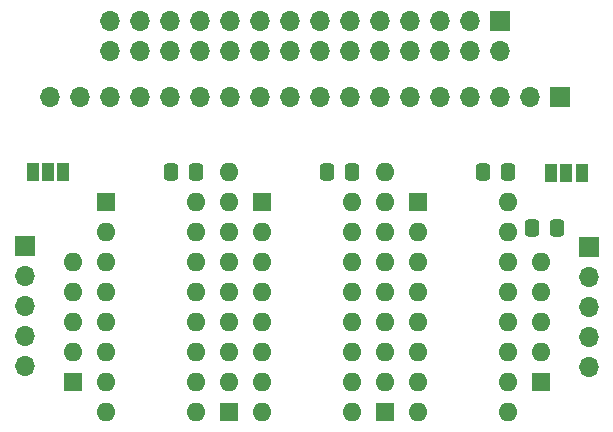
<source format=gbr>
%TF.GenerationSoftware,KiCad,Pcbnew,(6.0.2)*%
%TF.CreationDate,2022-04-10T16:43:31+09:00*%
%TF.ProjectId,joystick-input,6a6f7973-7469-4636-9b2d-696e7075742e,rev?*%
%TF.SameCoordinates,Original*%
%TF.FileFunction,Soldermask,Top*%
%TF.FilePolarity,Negative*%
%FSLAX46Y46*%
G04 Gerber Fmt 4.6, Leading zero omitted, Abs format (unit mm)*
G04 Created by KiCad (PCBNEW (6.0.2)) date 2022-04-10 16:43:31*
%MOMM*%
%LPD*%
G01*
G04 APERTURE LIST*
G04 Aperture macros list*
%AMRoundRect*
0 Rectangle with rounded corners*
0 $1 Rounding radius*
0 $2 $3 $4 $5 $6 $7 $8 $9 X,Y pos of 4 corners*
0 Add a 4 corners polygon primitive as box body*
4,1,4,$2,$3,$4,$5,$6,$7,$8,$9,$2,$3,0*
0 Add four circle primitives for the rounded corners*
1,1,$1+$1,$2,$3*
1,1,$1+$1,$4,$5*
1,1,$1+$1,$6,$7*
1,1,$1+$1,$8,$9*
0 Add four rect primitives between the rounded corners*
20,1,$1+$1,$2,$3,$4,$5,0*
20,1,$1+$1,$4,$5,$6,$7,0*
20,1,$1+$1,$6,$7,$8,$9,0*
20,1,$1+$1,$8,$9,$2,$3,0*%
G04 Aperture macros list end*
%ADD10R,1.700000X1.700000*%
%ADD11O,1.700000X1.700000*%
%ADD12R,1.600000X1.600000*%
%ADD13O,1.600000X1.600000*%
%ADD14RoundRect,0.250000X0.337500X0.475000X-0.337500X0.475000X-0.337500X-0.475000X0.337500X-0.475000X0*%
%ADD15R,1.000000X1.500000*%
G04 APERTURE END LIST*
D10*
%TO.C,J2*%
X154813000Y-71501000D03*
D11*
X154813000Y-74041000D03*
X152273000Y-71501000D03*
X152273000Y-74041000D03*
X149733000Y-71501000D03*
X149733000Y-74041000D03*
X147193000Y-71501000D03*
X147193000Y-74041000D03*
X144653000Y-71501000D03*
X144653000Y-74041000D03*
X142113000Y-71501000D03*
X142113000Y-74041000D03*
X139573000Y-71501000D03*
X139573000Y-74041000D03*
X137033000Y-71501000D03*
X137033000Y-74041000D03*
X134493000Y-71501000D03*
X134493000Y-74041000D03*
X131953000Y-71501000D03*
X131953000Y-74041000D03*
X129413000Y-71501000D03*
X129413000Y-74041000D03*
X126873000Y-71501000D03*
X126873000Y-74041000D03*
X124333000Y-71501000D03*
X124333000Y-74041000D03*
X121793000Y-71501000D03*
X121793000Y-74041000D03*
%TD*%
D10*
%TO.C,IN1*%
X114554000Y-90551000D03*
D11*
X114554000Y-93091000D03*
X114554000Y-95631000D03*
X114554000Y-98171000D03*
X114554000Y-100711000D03*
%TD*%
D10*
%TO.C,J1*%
X159893000Y-77978000D03*
D11*
X157353000Y-77978000D03*
X154813000Y-77978000D03*
X152273000Y-77978000D03*
X149733000Y-77978000D03*
X147193000Y-77978000D03*
X144653000Y-77978000D03*
X142113000Y-77978000D03*
X139573000Y-77978000D03*
X137033000Y-77978000D03*
X134493000Y-77978000D03*
X131953000Y-77978000D03*
X129413000Y-77978000D03*
X126873000Y-77978000D03*
X124333000Y-77978000D03*
X121793000Y-77978000D03*
X119253000Y-77978000D03*
X116713000Y-77978000D03*
%TD*%
D12*
%TO.C,74HC165_1*%
X147828000Y-86868000D03*
D13*
X147828000Y-89408000D03*
X147828000Y-91948000D03*
X147828000Y-94488000D03*
X147828000Y-97028000D03*
X147828000Y-99568000D03*
X147828000Y-102108000D03*
X147828000Y-104648000D03*
X155448000Y-104648000D03*
X155448000Y-102108000D03*
X155448000Y-99568000D03*
X155448000Y-97028000D03*
X155448000Y-94488000D03*
X155448000Y-91948000D03*
X155448000Y-89408000D03*
X155448000Y-86868000D03*
%TD*%
D12*
%TO.C,74HC165_2*%
X134620000Y-86868000D03*
D13*
X134620000Y-89408000D03*
X134620000Y-91948000D03*
X134620000Y-94488000D03*
X134620000Y-97028000D03*
X134620000Y-99568000D03*
X134620000Y-102108000D03*
X134620000Y-104648000D03*
X142240000Y-104648000D03*
X142240000Y-102108000D03*
X142240000Y-99568000D03*
X142240000Y-97028000D03*
X142240000Y-94488000D03*
X142240000Y-91948000D03*
X142240000Y-89408000D03*
X142240000Y-86868000D03*
%TD*%
D14*
%TO.C,C3*%
X142261500Y-84328000D03*
X140186500Y-84328000D03*
%TD*%
%TO.C,C4*%
X129053500Y-84328000D03*
X126978500Y-84328000D03*
%TD*%
D12*
%TO.C,RN1*%
X158242000Y-102108000D03*
D13*
X158242000Y-99568000D03*
X158242000Y-97028000D03*
X158242000Y-94488000D03*
X158242000Y-91948000D03*
%TD*%
D12*
%TO.C,RN4*%
X118618000Y-102108000D03*
D13*
X118618000Y-99568000D03*
X118618000Y-97028000D03*
X118618000Y-94488000D03*
X118618000Y-91948000D03*
%TD*%
D12*
%TO.C,RN2*%
X145034000Y-104663000D03*
D13*
X145034000Y-102123000D03*
X145034000Y-99583000D03*
X145034000Y-97043000D03*
X145034000Y-94503000D03*
X145034000Y-91963000D03*
X145034000Y-89423000D03*
X145034000Y-86883000D03*
X145034000Y-84343000D03*
%TD*%
D12*
%TO.C,74HC165_3*%
X121412000Y-86868000D03*
D13*
X121412000Y-89408000D03*
X121412000Y-91948000D03*
X121412000Y-94488000D03*
X121412000Y-97028000D03*
X121412000Y-99568000D03*
X121412000Y-102108000D03*
X121412000Y-104648000D03*
X129032000Y-104648000D03*
X129032000Y-102108000D03*
X129032000Y-99568000D03*
X129032000Y-97028000D03*
X129032000Y-94488000D03*
X129032000Y-91948000D03*
X129032000Y-89408000D03*
X129032000Y-86868000D03*
%TD*%
D12*
%TO.C,RN3*%
X131826000Y-104648000D03*
D13*
X131826000Y-102108000D03*
X131826000Y-99568000D03*
X131826000Y-97028000D03*
X131826000Y-94488000D03*
X131826000Y-91948000D03*
X131826000Y-89408000D03*
X131826000Y-86868000D03*
X131826000Y-84328000D03*
%TD*%
D14*
%TO.C,C2*%
X155469500Y-84328000D03*
X153394500Y-84328000D03*
%TD*%
D10*
%TO.C,OUT1*%
X162306000Y-90678000D03*
D11*
X162306000Y-93218000D03*
X162306000Y-95758000D03*
X162306000Y-98298000D03*
X162306000Y-100838000D03*
%TD*%
D15*
%TO.C,SHORT1*%
X117835200Y-84302600D03*
X116535200Y-84302600D03*
X115235200Y-84302600D03*
%TD*%
%TO.C,PULL1*%
X161726400Y-84429600D03*
X160426400Y-84429600D03*
X159126400Y-84429600D03*
%TD*%
D14*
%TO.C,C1*%
X159584300Y-89103200D03*
X157509300Y-89103200D03*
%TD*%
M02*

</source>
